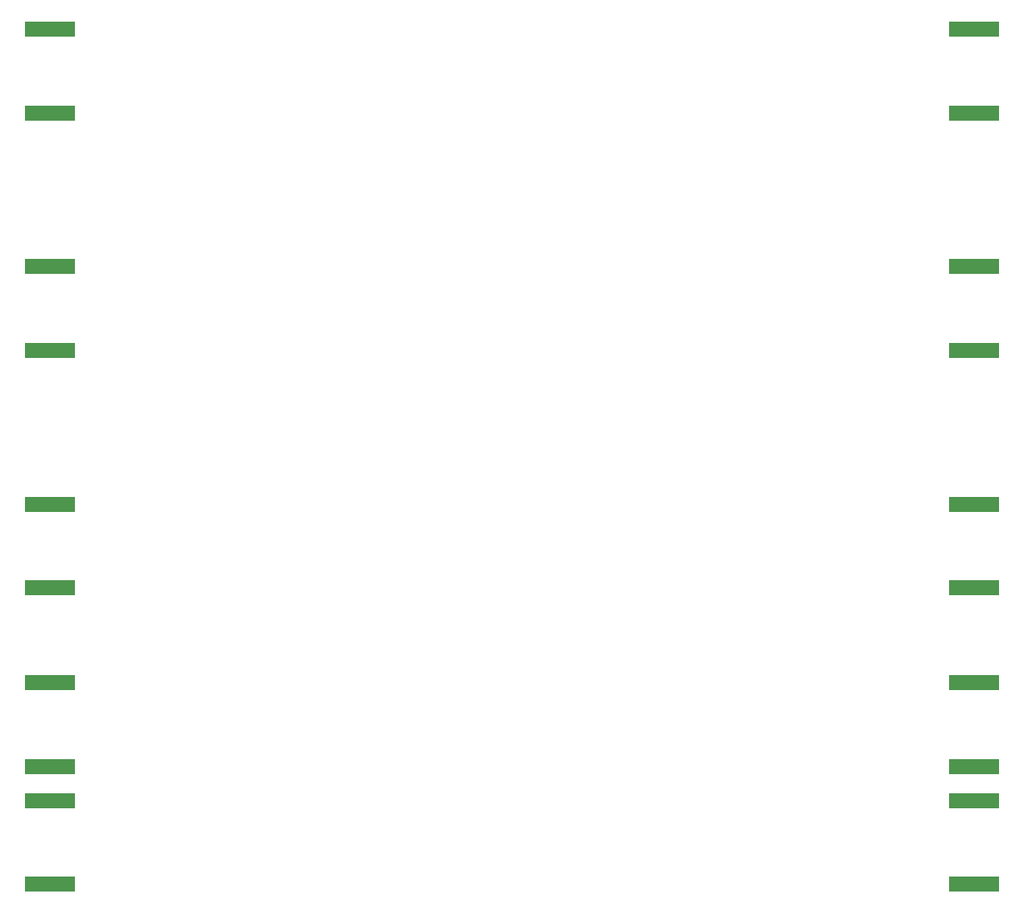
<source format=gbs>
G04 #@! TF.GenerationSoftware,KiCad,Pcbnew,5.1.6-c6e7f7d~86~ubuntu18.04.1*
G04 #@! TF.CreationDate,2020-05-31T00:28:00-04:00*
G04 #@! TF.ProjectId,microstrip_tests,6d696372-6f73-4747-9269-705f74657374,rev?*
G04 #@! TF.SameCoordinates,Original*
G04 #@! TF.FileFunction,Soldermask,Bot*
G04 #@! TF.FilePolarity,Negative*
%FSLAX46Y46*%
G04 Gerber Fmt 4.6, Leading zero omitted, Abs format (unit mm)*
G04 Created by KiCad (PCBNEW 5.1.6-c6e7f7d~86~ubuntu18.04.1) date 2020-05-31 00:28:00*
%MOMM*%
%LPD*%
G01*
G04 APERTURE LIST*
%ADD10R,5.180000X1.600000*%
G04 APERTURE END LIST*
D10*
G04 #@! TO.C,J1*
X93000000Y-29513000D03*
X93000000Y-38013000D03*
G04 #@! TD*
G04 #@! TO.C,J2*
X187000000Y-29513000D03*
X187000000Y-38013000D03*
G04 #@! TD*
G04 #@! TO.C,J3*
X93000000Y-53671000D03*
X93000000Y-62171000D03*
G04 #@! TD*
G04 #@! TO.C,J4*
X93000000Y-77829000D03*
X93000000Y-86329000D03*
G04 #@! TD*
G04 #@! TO.C,J5*
X93000000Y-95987000D03*
X93000000Y-104487000D03*
G04 #@! TD*
G04 #@! TO.C,J6*
X187000000Y-53671000D03*
X187000000Y-62171000D03*
G04 #@! TD*
G04 #@! TO.C,J7*
X187000000Y-77829000D03*
X187000000Y-86329000D03*
G04 #@! TD*
G04 #@! TO.C,J8*
X187000000Y-95987000D03*
X187000000Y-104487000D03*
G04 #@! TD*
G04 #@! TO.C,J9*
X93000000Y-107987000D03*
X93000000Y-116487000D03*
G04 #@! TD*
G04 #@! TO.C,J10*
X187000000Y-107987000D03*
X187000000Y-116487000D03*
G04 #@! TD*
M02*

</source>
